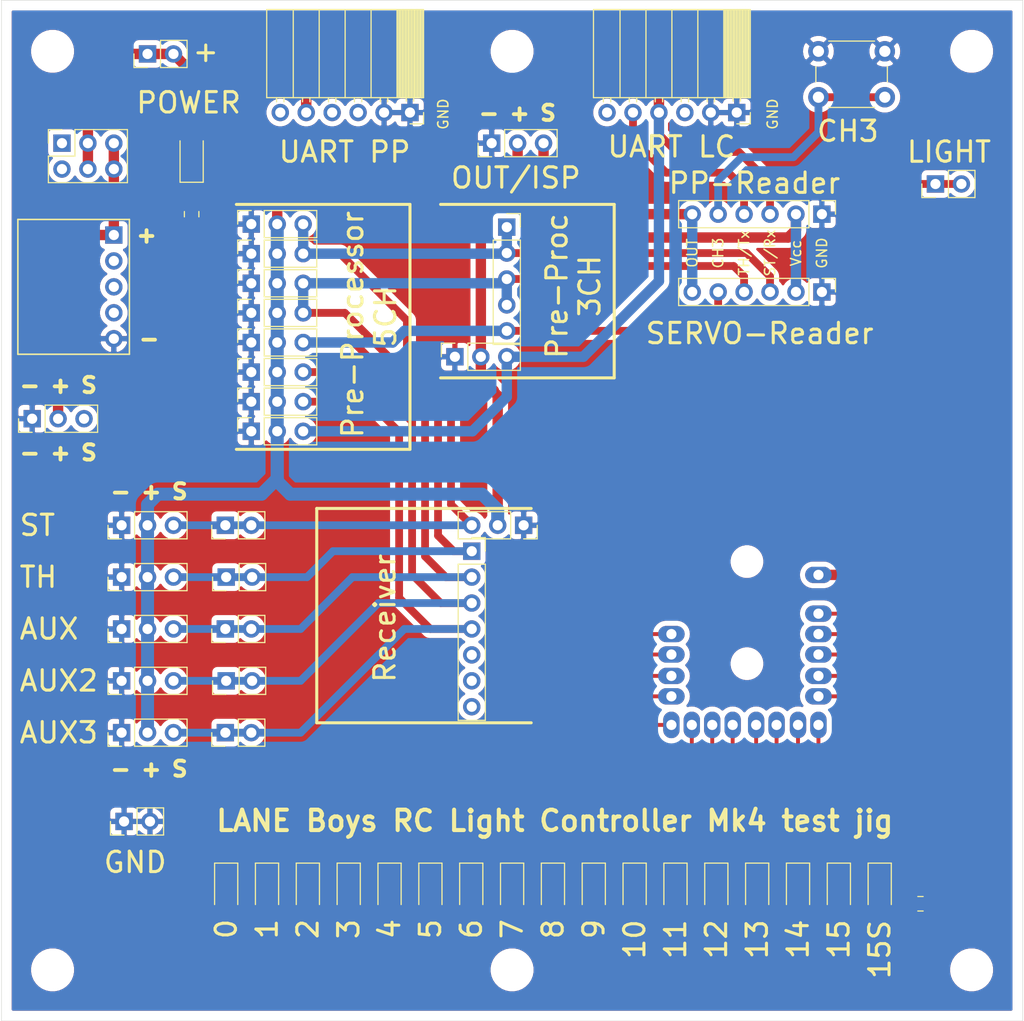
<source format=kicad_pcb>
(kicad_pcb (version 20171130) (host pcbnew 5.1.5-52549c5~84~ubuntu18.04.1)
  (layers (0 F.Cu signal) (31 B.Cu signal) (34 B.Paste user hide) (35 F.Paste user) (36 B.SilkS user hide) (37 F.SilkS user) (38 B.Mask user hide) (39 F.Mask user) (44 Edge.Cuts user))
  (net 0 "")
  (net 1 VCC)
  (net 2 "Net-(D1-Pad1)")
  (net 3 "Net-(D10-Pad2)")
  (net 4 "Net-(D2-Pad1)")
  (net 5 "Net-(D3-Pad1)")
  (net 6 "Net-(D4-Pad1)")
  (net 7 "Net-(D5-Pad1)")
  (net 8 "Net-(D6-Pad1)")
  (net 9 "Net-(D7-Pad1)")
  (net 10 "Net-(D8-Pad1)")
  (net 11 "Net-(D9-Pad1)")
  (net 12 "Net-(D10-Pad1)")
  (net 13 "Net-(D11-Pad1)")
  (net 14 "Net-(D12-Pad1)")
  (net 15 "Net-(D13-Pad1)")
  (net 16 "Net-(D14-Pad1)")
  (net 17 "Net-(D15-Pad1)")
  (net 18 "Net-(D16-Pad1)")
  (net 19 "Net-(D17-Pad1)")
  (net 20 "Net-(D18-Pad2)")
  (net 21 "Net-(D18-Pad1)")
  (net 22 "Net-(J1-Pad2)")
  (net 23 GND)
  (net 24 /AUX3)
  (net 25 /AUX2)
  (net 26 /AUX)
  (net 27 /TH)
  (net 28 /ST)
  (net 29 /Light)
  (net 30 /OUT_ISP)
  (net 31 /TX)
  (net 32 "Net-(J31-Pad5)")
  (module Connector_PinHeader_2.54mm:PinHeader_1x05_P2.54mm_Horizontal (layer B.Cu) (at 111 63 180)
    (fp_text reference J2 hide)
    (fp_text value USB_B_Micro)
    (pad 5 thru_hole oval (at 0 -10.16 180) (size 1.7 1.7) (drill 1) (layers *.Cu *.Mask) (net 23 GND))
    (pad 4 thru_hole oval (at 0 -7.62 180) (size 1.7 1.7) (drill 1) (layers *.Cu *.Mask))
    (pad 3 thru_hole oval (at 0 -5.08 180) (size 1.7 1.7) (drill 1) (layers *.Cu *.Mask))
    (pad 2 thru_hole oval (at 0 -2.54 180) (size 1.7 1.7) (drill 1) (layers *.Cu *.Mask))
    (pad 1 thru_hole rect (at 0 0 180) (size 1.7 1.7) (drill 1) (layers *.Cu *.Mask) (net 22 "Net-(J1-Pad2)"))
  )
  (module Connector_PinHeader_2.54mm:PinHeader_1x03_P2.54mm_Vertical (layer F.Cu) (at 148 54 90)
    (fp_text reference J28 hide)
    (fp_text value TP_OUT_ISP)
    (pad 3 thru_hole oval (at 0 5.08 90) (size 1.7 1.7) (drill 1) (layers *.Cu *.Mask) (net 30 /OUT_ISP))
    (pad 2 thru_hole oval (at 0 2.54 90) (size 1.7 1.7) (drill 1) (layers *.Cu *.Mask) (net 1 VCC))
    (pad 1 thru_hole rect (at 0 0 90) (size 1.7 1.7) (drill 1) (layers *.Cu *.Mask) (net 23 GND))
  )
  (module Pogo_pin:Pogo_pin_Drill1mm (layer F.Cu) (at 180 100.1)
    (fp_text reference J50 hide)
    (fp_text value OUT15S)
    (pad 1 thru_hole oval (at 0 0) (size 2.6 1.6) (drill 1) (layers *.Cu *.Mask) (net 21 "Net-(D18-Pad1)"))
  )
  (module Pogo_pin:Pogo_pin_Drill1mm (layer F.Cu) (at 180 102.1)
    (fp_text reference J49 hide)
    (fp_text value OUT15)
    (pad 1 thru_hole oval (at 0 0) (size 2.6 1.6) (drill 1) (layers *.Cu *.Mask) (net 19 "Net-(D17-Pad1)"))
  )
  (module Pogo_pin:Pogo_pin_Drill1mm (layer F.Cu) (at 180 104.1)
    (fp_text reference J48 hide)
    (fp_text value OUT14)
    (pad 1 thru_hole oval (at 0 0) (size 2.6 1.6) (drill 1) (layers *.Cu *.Mask) (net 18 "Net-(D16-Pad1)"))
  )
  (module Pogo_pin:Pogo_pin_Drill1mm (layer F.Cu) (at 180 106.2)
    (fp_text reference J47 hide)
    (fp_text value OUT13)
    (pad 1 thru_hole oval (at 0 0) (size 2.6 1.6) (drill 1) (layers *.Cu *.Mask) (net 17 "Net-(D15-Pad1)"))
  )
  (module Pogo_pin:Pogo_pin_Drill1mm (layer F.Cu) (at 180 108.2)
    (fp_text reference J46 hide)
    (fp_text value OUT12)
    (pad 1 thru_hole oval (at 0 0) (size 2.6 1.6) (drill 1) (layers *.Cu *.Mask) (net 16 "Net-(D14-Pad1)"))
  )
  (module Pogo_pin:Pogo_pin_Drill1mm (layer F.Cu) (at 180 111 90)
    (fp_text reference J45 hide)
    (fp_text value OUT11)
    (pad 1 thru_hole oval (at 0 0 90) (size 2.6 1.6) (drill 1) (layers *.Cu *.Mask) (net 15 "Net-(D13-Pad1)"))
  )
  (module Pogo_pin:Pogo_pin_Drill1mm (layer F.Cu) (at 178 111 90)
    (fp_text reference J44 hide)
    (fp_text value OUT10)
    (pad 1 thru_hole oval (at 0 0 90) (size 2.6 1.6) (drill 1) (layers *.Cu *.Mask) (net 14 "Net-(D12-Pad1)"))
  )
  (module Pogo_pin:Pogo_pin_Drill1mm (layer F.Cu) (at 175.9 111 90)
    (fp_text reference J43 hide)
    (fp_text value OUT9)
    (pad 1 thru_hole oval (at 0 0 90) (size 2.6 1.6) (drill 1) (layers *.Cu *.Mask) (net 13 "Net-(D11-Pad1)"))
  )
  (module Pogo_pin:Pogo_pin_Drill1mm (layer F.Cu) (at 173.9 111 90)
    (fp_text reference J42 hide)
    (fp_text value OUT8)
    (pad 1 thru_hole oval (at 0 0 90) (size 2.6 1.6) (drill 1) (layers *.Cu *.Mask) (net 12 "Net-(D10-Pad1)"))
  )
  (module Pogo_pin:Pogo_pin_Drill1mm (layer F.Cu) (at 171.6 111 90)
    (fp_text reference J41 hide)
    (fp_text value OUT7)
    (pad 1 thru_hole oval (at 0 0 90) (size 2.6 1.6) (drill 1) (layers *.Cu *.Mask) (net 11 "Net-(D9-Pad1)"))
  )
  (module Pogo_pin:Pogo_pin_Drill1mm (layer F.Cu) (at 169.6 111 90)
    (fp_text reference J40 hide)
    (fp_text value OUT6)
    (pad 1 thru_hole oval (at 0 0 90) (size 2.6 1.6) (drill 1) (layers *.Cu *.Mask) (net 10 "Net-(D8-Pad1)"))
  )
  (module Pogo_pin:Pogo_pin_Drill1mm (layer F.Cu) (at 167.6 111 90)
    (fp_text reference J39 hide)
    (fp_text value OUT5)
    (pad 1 thru_hole oval (at 0 0 90) (size 2.6 1.6) (drill 1) (layers *.Cu *.Mask) (net 9 "Net-(D7-Pad1)"))
  )
  (module Pogo_pin:Pogo_pin_Drill1mm (layer F.Cu) (at 165.6 111 90)
    (fp_text reference J38 hide)
    (fp_text value OUT4)
    (pad 1 thru_hole oval (at 0 0 90) (size 2.6 1.6) (drill 1) (layers *.Cu *.Mask) (net 8 "Net-(D6-Pad1)"))
  )
  (module Pogo_pin:Pogo_pin_Drill1mm (layer F.Cu) (at 165.6 108.2)
    (fp_text reference J37 hide)
    (fp_text value OUT3)
    (pad 1 thru_hole oval (at 0 0) (size 2.6 1.6) (drill 1) (layers *.Cu *.Mask) (net 7 "Net-(D5-Pad1)"))
  )
  (module Pogo_pin:Pogo_pin_Drill1mm (layer F.Cu) (at 165.6 106.2)
    (fp_text reference J36 hide)
    (fp_text value OUT2)
    (pad 1 thru_hole oval (at 0 0) (size 2.6 1.6) (drill 1) (layers *.Cu *.Mask) (net 6 "Net-(D4-Pad1)"))
  )
  (module Pogo_pin:Pogo_pin_Drill1mm (layer F.Cu) (at 165.6 104.1)
    (fp_text reference J35 hide)
    (fp_text value OUT1)
    (pad 1 thru_hole oval (at 0 0) (size 2.6 1.6) (drill 1) (layers *.Cu *.Mask) (net 5 "Net-(D3-Pad1)"))
  )
  (module Pogo_pin:Pogo_pin_Drill1mm (layer F.Cu) (at 165.6 102.1)
    (fp_text reference J34 hide)
    (fp_text value OUT0)
    (pad 1 thru_hole oval (at 0 0) (size 2.6 1.6) (drill 1) (layers *.Cu *.Mask) (net 4 "Net-(D2-Pad1)"))
  )
  (module Pogo_pin:Pogo_pin_Drill1mm (layer F.Cu) (at 180 96.3)
    (fp_text reference J33 hide)
    (fp_text value LED_PLUS)
    (pad 1 thru_hole oval (at 0 0) (size 2.6 1.6) (drill 1) (layers *.Cu *.Mask) (net 3 "Net-(D10-Pad2)"))
  )
  (module Connector_PinSocket_2.54mm:PinSocket_2x03_P2.54mm_Vertical (layer F.Cu) (at 105.92 54 90)
    (fp_text reference SW1 hide)
    (fp_text value On/Off)
    (pad 1 thru_hole oval (at -2.54 5.08 90) (size 1.7 1.7) (drill 1) (layers *.Cu *.Mask) (net 22 "Net-(J1-Pad2)"))
    (pad 1 thru_hole oval (at 0 5.08 90) (size 1.7 1.7) (drill 1) (layers *.Cu *.Mask) (net 22 "Net-(J1-Pad2)"))
    (pad 2 thru_hole oval (at -2.54 2.54 90) (size 1.7 1.7) (drill 1) (layers *.Cu *.Mask) (net 1 VCC))
    (pad 2 thru_hole oval (at 0 2.54 90) (size 1.7 1.7) (drill 1) (layers *.Cu *.Mask) (net 1 VCC))
    (pad 3 thru_hole oval (at -2.54 0 90) (size 1.7 1.7) (drill 1) (layers *.Cu *.Mask))
    (pad 3 thru_hole rect (at 0 0 90) (size 1.7 1.7) (drill 1) (layers *.Cu *.Mask))
  )
  (module Connector_PinSocket_2.54mm:PinSocket_1x07_P2.54mm_Vertical (layer F.Cu) (at 146.05 93.98)
    (fp_text reference J9 hide)
    (fp_text value RX8CH_S)
    (pad 7 thru_hole oval (at 0 15.24) (size 1.7 1.7) (drill 1) (layers *.Cu *.Mask))
    (pad 6 thru_hole oval (at 0 12.7) (size 1.7 1.7) (drill 1) (layers *.Cu *.Mask))
    (pad 5 thru_hole oval (at 0 10.16) (size 1.7 1.7) (drill 1) (layers *.Cu *.Mask))
    (pad 4 thru_hole oval (at 0 7.62) (size 1.7 1.7) (drill 1) (layers *.Cu *.Mask) (net 24 /AUX3))
    (pad 3 thru_hole oval (at 0 5.08) (size 1.7 1.7) (drill 1) (layers *.Cu *.Mask) (net 25 /AUX2))
    (pad 2 thru_hole oval (at 0 2.54) (size 1.7 1.7) (drill 1) (layers *.Cu *.Mask) (net 26 /AUX))
    (pad 1 thru_hole rect (at 0 0) (size 1.7 1.7) (drill 1) (layers *.Cu *.Mask) (net 27 /TH))
  )
  (module Connector_PinSocket_2.54mm:PinSocket_1x03_P2.54mm_Vertical (layer F.Cu) (at 151.13 91.44 270)
    (fp_text reference J8 hide)
    (fp_text value RX8CH_S_PLUS)
    (pad 3 thru_hole oval (at 0 5.08 270) (size 1.7 1.7) (drill 1) (layers *.Cu *.Mask) (net 28 /ST))
    (pad 2 thru_hole oval (at 0 2.54 270) (size 1.7 1.7) (drill 1) (layers *.Cu *.Mask) (net 1 VCC))
    (pad 1 thru_hole rect (at 0 0 270) (size 1.7 1.7) (drill 1) (layers *.Cu *.Mask) (net 23 GND))
  )
  (module Button_Switch_THT:SW_PUSH_6mm_H5mm (layer F.Cu) (at 180 45)
    (fp_text reference SW2 hide)
    (fp_text value SW_AUX)
    (pad 1 thru_hole circle (at 6.5 0 90) (size 2 2) (drill 1.1) (layers *.Cu *.Mask) (net 23 GND))
    (pad 2 thru_hole circle (at 6.5 4.5 90) (size 2 2) (drill 1.1) (layers *.Cu *.Mask) (net 32 "Net-(J31-Pad5)"))
    (pad 1 thru_hole circle (at 0 0 90) (size 2 2) (drill 1.1) (layers *.Cu *.Mask) (net 23 GND))
    (pad 2 thru_hole circle (at 0 4.5 90) (size 2 2) (drill 1.1) (layers *.Cu *.Mask) (net 32 "Net-(J31-Pad5)"))
  )
  (module Resistor_SMD:R_0805_2012Metric_Pad1.15x1.40mm_HandSolder (layer F.Cu) (at 189.992 128.524 180)
    (fp_text reference R2 hide)
    (fp_text value 220)
    (pad 2 smd roundrect (at 1.025 0 180) (size 1.15 1.4) (layers F.Cu F.Paste F.Mask) (roundrect_rratio 0.217391) (net 20 "Net-(D18-Pad2)"))
    (pad 1 smd roundrect (at -1.025 0 180) (size 1.15 1.4) (layers F.Cu F.Paste F.Mask) (roundrect_rratio 0.217391) (net 3 "Net-(D10-Pad2)"))
  )
  (module Resistor_SMD:R_0805_2012Metric_Pad1.15x1.40mm_HandSolder (layer F.Cu) (at 118.618 60.96 270)
    (fp_text reference R1 hide)
    (fp_text value 680)
    (pad 2 smd roundrect (at 1.025 0 270) (size 1.15 1.4) (layers F.Cu F.Paste F.Mask) (roundrect_rratio 0.217391) (net 23 GND))
    (pad 1 smd roundrect (at -1.025 0 270) (size 1.15 1.4) (layers F.Cu F.Paste F.Mask) (roundrect_rratio 0.217391) (net 2 "Net-(D1-Pad1)"))
  )
  (module Connector_PinHeader_2.54mm:PinHeader_1x06_P2.54mm_Vertical (layer F.Cu) (at 180.34 68.58 270)
    (fp_text reference J32 hide)
    (fp_text value LC_SERVO)
    (pad 6 thru_hole oval (at 0 12.7 270) (size 1.7 1.7) (drill 1) (layers *.Cu *.Mask) (net 30 /OUT_ISP))
    (pad 5 thru_hole oval (at 0 10.16 270) (size 1.7 1.7) (drill 1) (layers *.Cu *.Mask) (net 26 /AUX))
    (pad 4 thru_hole oval (at 0 7.62 270) (size 1.7 1.7) (drill 1) (layers *.Cu *.Mask) (net 27 /TH))
    (pad 3 thru_hole oval (at 0 5.08 270) (size 1.7 1.7) (drill 1) (layers *.Cu *.Mask) (net 28 /ST))
    (pad 2 thru_hole oval (at 0 2.54 270) (size 1.7 1.7) (drill 1) (layers *.Cu *.Mask) (net 1 VCC))
    (pad 1 thru_hole rect (at 0 0 270) (size 1.7 1.7) (drill 1) (layers *.Cu *.Mask) (net 23 GND))
  )
  (module Connector_PinHeader_2.54mm:PinHeader_1x06_P2.54mm_Vertical (layer F.Cu) (at 180.34 60.96 270)
    (fp_text reference J31 hide)
    (fp_text value LC_PP)
    (pad 6 thru_hole oval (at 0 12.7 270) (size 1.7 1.7) (drill 1) (layers *.Cu *.Mask) (net 30 /OUT_ISP))
    (pad 5 thru_hole oval (at 0 10.16 270) (size 1.7 1.7) (drill 1) (layers *.Cu *.Mask) (net 32 "Net-(J31-Pad5)"))
    (pad 4 thru_hole oval (at 0 7.62 270) (size 1.7 1.7) (drill 1) (layers *.Cu *.Mask) (net 31 /TX))
    (pad 3 thru_hole oval (at 0 5.08 270) (size 1.7 1.7) (drill 1) (layers *.Cu *.Mask) (net 29 /Light))
    (pad 2 thru_hole oval (at 0 2.54 270) (size 1.7 1.7) (drill 1) (layers *.Cu *.Mask) (net 1 VCC))
    (pad 1 thru_hole rect (at 0 0 270) (size 1.7 1.7) (drill 1) (layers *.Cu *.Mask) (net 23 GND))
  )
  (module Connector_PinSocket_2.54mm:PinSocket_1x06_P2.54mm_Horizontal (layer F.Cu) (at 172 51 270)
    (fp_text reference J30 hide)
    (fp_text value UART_LC)
    (pad 6 thru_hole oval (at 0 12.7 270) (size 1.7 1.7) (drill 1) (layers *.Cu *.Mask))
    (pad 5 thru_hole oval (at 0 10.16 270) (size 1.7 1.7) (drill 1) (layers *.Cu *.Mask) (net 31 /TX))
    (pad 4 thru_hole oval (at 0 7.62 270) (size 1.7 1.7) (drill 1) (layers *.Cu *.Mask) (net 29 /Light))
    (pad 3 thru_hole oval (at 0 5.08 270) (size 1.7 1.7) (drill 1) (layers *.Cu *.Mask))
    (pad 2 thru_hole oval (at 0 2.54 270) (size 1.7 1.7) (drill 1) (layers *.Cu *.Mask) (net 23 GND))
    (pad 1 thru_hole rect (at 0 0 270) (size 1.7 1.7) (drill 1) (layers *.Cu *.Mask) (net 23 GND))
  )
  (module Connector_PinSocket_2.54mm:PinSocket_1x06_P2.54mm_Horizontal (layer F.Cu) (at 140 51 270)
    (fp_text reference J29 hide)
    (fp_text value UART_PP)
    (pad 6 thru_hole oval (at 0 12.7 270) (size 1.7 1.7) (drill 1) (layers *.Cu *.Mask))
    (pad 5 thru_hole oval (at 0 10.16 270) (size 1.7 1.7) (drill 1) (layers *.Cu *.Mask) (net 29 /Light))
    (pad 4 thru_hole oval (at 0 7.62 270) (size 1.7 1.7) (drill 1) (layers *.Cu *.Mask))
    (pad 3 thru_hole oval (at 0 5.08 270) (size 1.7 1.7) (drill 1) (layers *.Cu *.Mask))
    (pad 2 thru_hole oval (at 0 2.54 270) (size 1.7 1.7) (drill 1) (layers *.Cu *.Mask) (net 23 GND))
    (pad 1 thru_hole rect (at 0 0 270) (size 1.7 1.7) (drill 1) (layers *.Cu *.Mask) (net 23 GND))
  )
  (module Connector_PinHeader_2.54mm:PinHeader_1x02_P2.54mm_Vertical (layer F.Cu) (at 191.46 58 90)
    (fp_text reference J27 hide)
    (fp_text value TP_Light)
    (pad 2 thru_hole oval (at 0 2.54 90) (size 1.7 1.7) (drill 1) (layers *.Cu *.Mask) (net 29 /Light))
    (pad 1 thru_hole rect (at 0 0 90) (size 1.7 1.7) (drill 1) (layers *.Cu *.Mask) (net 29 /Light))
  )
  (module Connector_PinHeader_2.54mm:PinHeader_1x02_P2.54mm_Vertical (layer F.Cu) (at 121.92 111.76 90)
    (fp_text reference J26 hide)
    (fp_text value TP_AUX3)
    (pad 2 thru_hole oval (at 0 2.54 90) (size 1.7 1.7) (drill 1) (layers *.Cu *.Mask) (net 24 /AUX3))
    (pad 1 thru_hole rect (at 0 0 90) (size 1.7 1.7) (drill 1) (layers *.Cu *.Mask) (net 24 /AUX3))
  )
  (module Connector_PinHeader_2.54mm:PinHeader_1x02_P2.54mm_Vertical (layer F.Cu) (at 122 106.68 90)
    (fp_text reference J25 hide)
    (fp_text value TP_AUX2)
    (pad 2 thru_hole oval (at 0 2.54 90) (size 1.7 1.7) (drill 1) (layers *.Cu *.Mask) (net 25 /AUX2))
    (pad 1 thru_hole rect (at 0 0 90) (size 1.7 1.7) (drill 1) (layers *.Cu *.Mask) (net 25 /AUX2))
  )
  (module Connector_PinHeader_2.54mm:PinHeader_1x02_P2.54mm_Vertical (layer F.Cu) (at 121.92 101.6 90)
    (fp_text reference J24 hide)
    (fp_text value TP_AUX)
    (pad 2 thru_hole oval (at 0 2.54 90) (size 1.7 1.7) (drill 1) (layers *.Cu *.Mask) (net 26 /AUX))
    (pad 1 thru_hole rect (at 0 0 90) (size 1.7 1.7) (drill 1) (layers *.Cu *.Mask) (net 26 /AUX))
  )
  (module Connector_PinHeader_2.54mm:PinHeader_1x02_P2.54mm_Vertical (layer F.Cu) (at 122 96.52 90)
    (fp_text reference J23 hide)
    (fp_text value TP_TH)
    (pad 2 thru_hole oval (at 0 2.54 90) (size 1.7 1.7) (drill 1) (layers *.Cu *.Mask) (net 27 /TH))
    (pad 1 thru_hole rect (at 0 0 90) (size 1.7 1.7) (drill 1) (layers *.Cu *.Mask) (net 27 /TH))
  )
  (module Connector_PinHeader_2.54mm:PinHeader_1x02_P2.54mm_Vertical (layer F.Cu) (at 121.92 91.44 90)
    (fp_text reference J22 hide)
    (fp_text value TP_ST)
    (pad 2 thru_hole oval (at 0 2.54 90) (size 1.7 1.7) (drill 1) (layers *.Cu *.Mask) (net 28 /ST))
    (pad 1 thru_hole rect (at 0 0 90) (size 1.7 1.7) (drill 1) (layers *.Cu *.Mask) (net 28 /ST))
  )
  (module Connector_PinHeader_2.54mm:PinHeader_1x02_P2.54mm_Vertical (layer F.Cu) (at 112 120.46 90)
    (fp_text reference J21 hide)
    (fp_text value TP_GND)
    (pad 2 thru_hole oval (at 0 2.54 90) (size 1.7 1.7) (drill 1) (layers *.Cu *.Mask) (net 23 GND))
    (pad 1 thru_hole rect (at 0 0 90) (size 1.7 1.7) (drill 1) (layers *.Cu *.Mask) (net 23 GND))
  )
  (module Connector_PinHeader_2.54mm:PinHeader_1x02_P2.54mm_Vertical (layer F.Cu) (at 114.3 45.26 90)
    (fp_text reference J20 hide)
    (fp_text value TP_PLUS)
    (pad 2 thru_hole oval (at 0 2.54 90) (size 1.7 1.7) (drill 1) (layers *.Cu *.Mask) (net 1 VCC))
    (pad 1 thru_hole rect (at 0 0 90) (size 1.7 1.7) (drill 1) (layers *.Cu *.Mask) (net 1 VCC))
  )
  (module Connector_PinSocket_2.54mm:PinSocket_1x03_P2.54mm_Vertical (layer F.Cu) (at 124.46 82.23 90)
    (fp_text reference J19 hide)
    (fp_text value PP8CH_Light)
    (pad 3 thru_hole oval (at 0 5.08 90) (size 1.7 1.7) (drill 1) (layers *.Cu *.Mask) (net 29 /Light))
    (pad 2 thru_hole oval (at 0 2.54 90) (size 1.7 1.7) (drill 1) (layers *.Cu *.Mask) (net 1 VCC))
    (pad 1 thru_hole rect (at 0 0 90) (size 1.7 1.7) (drill 1) (layers *.Cu *.Mask) (net 23 GND))
  )
  (module Connector_PinSocket_2.54mm:PinSocket_1x03_P2.54mm_Vertical (layer F.Cu) (at 124.46 79.33 90)
    (fp_text reference J18 hide)
    (fp_text value PP8CH_AUX3)
    (pad 3 thru_hole oval (at 0 5.08 90) (size 1.7 1.7) (drill 1) (layers *.Cu *.Mask) (net 24 /AUX3))
    (pad 2 thru_hole oval (at 0 2.54 90) (size 1.7 1.7) (drill 1) (layers *.Cu *.Mask) (net 1 VCC))
    (pad 1 thru_hole rect (at 0 0 90) (size 1.7 1.7) (drill 1) (layers *.Cu *.Mask) (net 23 GND))
  )
  (module Connector_PinSocket_2.54mm:PinSocket_1x03_P2.54mm_Vertical (layer F.Cu) (at 124.46 76.43 90)
    (fp_text reference J17 hide)
    (fp_text value PP8CH_AUX2)
    (pad 3 thru_hole oval (at 0 5.08 90) (size 1.7 1.7) (drill 1) (layers *.Cu *.Mask) (net 25 /AUX2))
    (pad 2 thru_hole oval (at 0 2.54 90) (size 1.7 1.7) (drill 1) (layers *.Cu *.Mask) (net 1 VCC))
    (pad 1 thru_hole rect (at 0 0 90) (size 1.7 1.7) (drill 1) (layers *.Cu *.Mask) (net 23 GND))
  )
  (module Connector_PinSocket_2.54mm:PinSocket_1x03_P2.54mm_Vertical (layer F.Cu) (at 124.46 73.53 90)
    (fp_text reference J16 hide)
    (fp_text value PP8CH_AUX)
    (pad 3 thru_hole oval (at 0 5.08 90) (size 1.7 1.7) (drill 1) (layers *.Cu *.Mask) (net 26 /AUX))
    (pad 2 thru_hole oval (at 0 2.54 90) (size 1.7 1.7) (drill 1) (layers *.Cu *.Mask) (net 1 VCC))
    (pad 1 thru_hole rect (at 0 0 90) (size 1.7 1.7) (drill 1) (layers *.Cu *.Mask) (net 23 GND))
  )
  (module Connector_PinSocket_2.54mm:PinSocket_1x03_P2.54mm_Vertical (layer F.Cu) (at 124.46 67.73 90)
    (fp_text reference J15 hide)
    (fp_text value PP8CH_TH2)
    (pad 3 thru_hole oval (at 0 5.08 90) (size 1.7 1.7) (drill 1) (layers *.Cu *.Mask) (net 27 /TH))
    (pad 2 thru_hole oval (at 0 2.54 90) (size 1.7 1.7) (drill 1) (layers *.Cu *.Mask) (net 1 VCC))
    (pad 1 thru_hole rect (at 0 0 90) (size 1.7 1.7) (drill 1) (layers *.Cu *.Mask) (net 23 GND))
  )
  (module Connector_PinSocket_2.54mm:PinSocket_1x03_P2.54mm_Vertical (layer F.Cu) (at 124.46 70.63 90)
    (fp_text reference J14 hide)
    (fp_text value PP8CH_TH1)
    (pad 3 thru_hole oval (at 0 5.08 90) (size 1.7 1.7) (drill 1) (layers *.Cu *.Mask) (net 27 /TH))
    (pad 2 thru_hole oval (at 0 2.54 90) (size 1.7 1.7) (drill 1) (layers *.Cu *.Mask) (net 1 VCC))
    (pad 1 thru_hole rect (at 0 0 90) (size 1.7 1.7) (drill 1) (layers *.Cu *.Mask) (net 23 GND))
  )
  (module Connector_PinSocket_2.54mm:PinSocket_1x03_P2.54mm_Vertical (layer F.Cu) (at 124.46 64.83 90)
    (fp_text reference J13 hide)
    (fp_text value PP8CH_ST2)
    (pad 3 thru_hole oval (at 0 5.08 90) (size 1.7 1.7) (drill 1) (layers *.Cu *.Mask) (net 28 /ST))
    (pad 2 thru_hole oval (at 0 2.54 90) (size 1.7 1.7) (drill 1) (layers *.Cu *.Mask) (net 1 VCC))
    (pad 1 thru_hole rect (at 0 0 90) (size 1.7 1.7) (drill 1) (layers *.Cu *.Mask) (net 23 GND))
  )
  (module Connector_PinSocket_2.54mm:PinSocket_1x03_P2.54mm_Vertical (layer F.Cu) (at 124.46 61.93 90)
    (fp_text reference J12 hide)
    (fp_text value PP8CH_ST1)
    (pad 3 thru_hole oval (at 0 5.08 90) (size 1.7 1.7) (drill 1) (layers *.Cu *.Mask) (net 28 /ST))
    (pad 2 thru_hole oval (at 0 2.54 90) (size 1.7 1.7) (drill 1) (layers *.Cu *.Mask) (net 1 VCC))
    (pad 1 thru_hole rect (at 0 0 90) (size 1.7 1.7) (drill 1) (layers *.Cu *.Mask) (net 23 GND))
  )
  (module Connector_PinSocket_2.54mm:PinSocket_1x05_P2.54mm_Vertical (layer F.Cu) (at 149.48 62.23)
    (fp_text reference J11 hide)
    (fp_text value PP3CH_S)
    (pad 5 thru_hole oval (at 0 10.16) (size 1.7 1.7) (drill 1) (layers *.Cu *.Mask) (net 26 /AUX))
    (pad 4 thru_hole oval (at 0 7.62) (size 1.7 1.7) (drill 1) (layers *.Cu *.Mask) (net 27 /TH))
    (pad 3 thru_hole oval (at 0 5.08) (size 1.7 1.7) (drill 1) (layers *.Cu *.Mask) (net 27 /TH))
    (pad 2 thru_hole oval (at 0 2.54) (size 1.7 1.7) (drill 1) (layers *.Cu *.Mask) (net 28 /ST))
    (pad 1 thru_hole rect (at 0 0) (size 1.7 1.7) (drill 1) (layers *.Cu *.Mask) (net 28 /ST))
  )
  (module Connector_PinSocket_2.54mm:PinSocket_1x03_P2.54mm_Vertical (layer F.Cu) (at 144.4 74.93 90)
    (fp_text reference J10 hide)
    (fp_text value PP3CH_GND_PLUS_S)
    (pad 3 thru_hole oval (at 0 5.08 90) (size 1.7 1.7) (drill 1) (layers *.Cu *.Mask) (net 29 /Light))
    (pad 2 thru_hole oval (at 0 2.54 90) (size 1.7 1.7) (drill 1) (layers *.Cu *.Mask) (net 1 VCC))
    (pad 1 thru_hole rect (at 0 0 90) (size 1.7 1.7) (drill 1) (layers *.Cu *.Mask) (net 23 GND))
  )
  (module Connector_PinHeader_2.54mm:PinHeader_1x03_P2.54mm_Vertical (layer F.Cu) (at 111.76 91.44 90)
    (fp_text reference J7 hide)
    (fp_text value RXe_ST)
    (pad 3 thru_hole oval (at 0 5.08 90) (size 1.7 1.7) (drill 1) (layers *.Cu *.Mask) (net 28 /ST))
    (pad 2 thru_hole oval (at 0 2.54 90) (size 1.7 1.7) (drill 1) (layers *.Cu *.Mask) (net 1 VCC))
    (pad 1 thru_hole rect (at 0 0 90) (size 1.7 1.7) (drill 1) (layers *.Cu *.Mask) (net 23 GND))
  )
  (module Connector_PinHeader_2.54mm:PinHeader_1x03_P2.54mm_Vertical (layer F.Cu) (at 111.76 96.52 90)
    (fp_text reference J6 hide)
    (fp_text value RXe_TH)
    (pad 3 thru_hole oval (at 0 5.08 90) (size 1.7 1.7) (drill 1) (layers *.Cu *.Mask) (net 27 /TH))
    (pad 2 thru_hole oval (at 0 2.54 90) (size 1.7 1.7) (drill 1) (layers *.Cu *.Mask) (net 1 VCC))
    (pad 1 thru_hole rect (at 0 0 90) (size 1.7 1.7) (drill 1) (layers *.Cu *.Mask) (net 23 GND))
  )
  (module Connector_PinHeader_2.54mm:PinHeader_1x03_P2.54mm_Vertical (layer F.Cu) (at 111.76 101.6 90)
    (fp_text reference J5 hide)
    (fp_text value RXe_AUX)
    (pad 3 thru_hole oval (at 0 5.08 90) (size 1.7 1.7) (drill 1) (layers *.Cu *.Mask) (net 26 /AUX))
    (pad 2 thru_hole oval (at 0 2.54 90) (size 1.7 1.7) (drill 1) (layers *.Cu *.Mask) (net 1 VCC))
    (pad 1 thru_hole rect (at 0 0 90) (size 1.7 1.7) (drill 1) (layers *.Cu *.Mask) (net 23 GND))
  )
  (module Connector_PinHeader_2.54mm:PinHeader_1x03_P2.54mm_Vertical (layer F.Cu) (at 111.76 106.68 90)
    (fp_text reference J4 hide)
    (fp_text value RXe_AUX2)
    (pad 3 thru_hole oval (at 0 5.08 90) (size 1.7 1.7) (drill 1) (layers *.Cu *.Mask) (net 25 /AUX2))
    (pad 2 thru_hole oval (at 0 2.54 90) (size 1.7 1.7) (drill 1) (layers *.Cu *.Mask) (net 1 VCC))
    (pad 1 thru_hole rect (at 0 0 90) (size 1.7 1.7) (drill 1) (layers *.Cu *.Mask) (net 23 GND))
  )
  (module Connector_PinHeader_2.54mm:PinHeader_1x03_P2.54mm_Vertical (layer F.Cu) (at 111.76 111.76 90)
    (fp_text reference J3 hide)
    (fp_text value RXe_AUX3)
    (pad 3 thru_hole oval (at 0 5.08 90) (size 1.7 1.7) (drill 1) (layers *.Cu *.Mask) (net 24 /AUX3))
    (pad 2 thru_hole oval (at 0 2.54 90) (size 1.7 1.7) (drill 1) (layers *.Cu *.Mask) (net 1 VCC))
    (pad 1 thru_hole rect (at 0 0 90) (size 1.7 1.7) (drill 1) (layers *.Cu *.Mask) (net 23 GND))
  )
  (module Connector_PinHeader_2.54mm:PinHeader_1x03_P2.54mm_Vertical (layer F.Cu) (at 103 81 90)
    (fp_text reference J1 hide)
    (fp_text value POWER)
    (pad 3 thru_hole oval (at 0 5.08 90) (size 1.7 1.7) (drill 1) (layers *.Cu *.Mask))
    (pad 2 thru_hole oval (at 0 2.54 90) (size 1.7 1.7) (drill 1) (layers *.Cu *.Mask) (net 22 "Net-(J1-Pad2)"))
    (pad 1 thru_hole rect (at 0 0 90) (size 1.7 1.7) (drill 1) (layers *.Cu *.Mask) (net 23 GND))
  )
  (module MountingHole:MountingHole_2.2mm_M2_ISO7380 (layer F.Cu) (at 173 95)
    (fp_text reference H8 hide)
    (fp_text value MountingHole)
    (pad 1 np_thru_hole circle (at 0 0) (size 2.2 2.2) (drill 2.2) (layers *.Cu *.Mask))
  )
  (module MountingHole:MountingHole_2.2mm_M2_ISO7380 (layer F.Cu) (at 173 105)
    (fp_text reference H7 hide)
    (fp_text value MountingHole)
    (pad 1 np_thru_hole circle (at 0 0) (size 2.2 2.2) (drill 2.2) (layers *.Cu *.Mask))
  )
  (module MountingHole:MountingHole_3.2mm_M3_ISO7380 (layer F.Cu) (at 195 135)
    (fp_text reference H6 hide)
    (fp_text value MountingHole)
    (pad 1 np_thru_hole circle (at 0 0) (size 3.2 3.2) (drill 3.2) (layers *.Cu *.Mask))
  )
  (module MountingHole:MountingHole_3.2mm_M3_ISO7380 (layer F.Cu) (at 150 135)
    (fp_text reference H5 hide)
    (fp_text value MountingHole)
    (pad 1 np_thru_hole circle (at 0 0) (size 3.2 3.2) (drill 3.2) (layers *.Cu *.Mask))
  )
  (module MountingHole:MountingHole_3.2mm_M3_ISO7380 (layer F.Cu) (at 105 135)
    (fp_text reference H4 hide)
    (fp_text value MountingHole)
    (pad 1 np_thru_hole circle (at 0 0) (size 3.2 3.2) (drill 3.2) (layers *.Cu *.Mask))
  )
  (module MountingHole:MountingHole_3.2mm_M3_ISO7380 (layer F.Cu) (at 195 45)
    (fp_text reference H3 hide)
    (fp_text value MountingHole)
    (pad 1 np_thru_hole circle (at 0 0) (size 3.2 3.2) (drill 3.2) (layers *.Cu *.Mask))
  )
  (module MountingHole:MountingHole_3.2mm_M3_ISO7380 (layer F.Cu) (at 150 45)
    (fp_text reference H2 hide)
    (fp_text value MountingHole)
    (pad 1 np_thru_hole circle (at 0 0) (size 3.2 3.2) (drill 3.2) (layers *.Cu *.Mask))
  )
  (module MountingHole:MountingHole_3.2mm_M3_ISO7380 (layer F.Cu) (at 105 45)
    (fp_text reference H1 hide)
    (fp_text value MountingHole)
    (pad 1 np_thru_hole circle (at 0 0) (size 3.2 3.2) (drill 3.2) (layers *.Cu *.Mask))
  )
  (module LED_SMD:LED_1206_3216Metric_Pad1.42x1.75mm_HandSolder (layer F.Cu) (at 186 127 270)
    (fp_text reference D18 hide)
    (fp_text value 15S)
    (pad 2 smd roundrect (at 1.4875 0 270) (size 1.425 1.75) (layers F.Cu F.Paste F.Mask) (roundrect_rratio 0.175439) (net 20 "Net-(D18-Pad2)"))
    (pad 1 smd roundrect (at -1.4875 0 270) (size 1.425 1.75) (layers F.Cu F.Paste F.Mask) (roundrect_rratio 0.175439) (net 21 "Net-(D18-Pad1)"))
  )
  (module LED_SMD:LED_1206_3216Metric_Pad1.42x1.75mm_HandSolder (layer F.Cu) (at 182 127 270)
    (fp_text reference D17 hide)
    (fp_text value 15)
    (pad 2 smd roundrect (at 1.4875 0 270) (size 1.425 1.75) (layers F.Cu F.Paste F.Mask) (roundrect_rratio 0.175439) (net 3 "Net-(D10-Pad2)"))
    (pad 1 smd roundrect (at -1.4875 0 270) (size 1.425 1.75) (layers F.Cu F.Paste F.Mask) (roundrect_rratio 0.175439) (net 19 "Net-(D17-Pad1)"))
  )
  (module LED_SMD:LED_1206_3216Metric_Pad1.42x1.75mm_HandSolder (layer F.Cu) (at 178 127 270)
    (fp_text reference D16 hide)
    (fp_text value 14)
    (pad 2 smd roundrect (at 1.4875 0 270) (size 1.425 1.75) (layers F.Cu F.Paste F.Mask) (roundrect_rratio 0.175439) (net 3 "Net-(D10-Pad2)"))
    (pad 1 smd roundrect (at -1.4875 0 270) (size 1.425 1.75) (layers F.Cu F.Paste F.Mask) (roundrect_rratio 0.175439) (net 18 "Net-(D16-Pad1)"))
  )
  (module LED_SMD:LED_1206_3216Metric_Pad1.42x1.75mm_HandSolder (layer F.Cu) (at 174 127 270)
    (fp_text reference D15 hide)
    (fp_text value 13)
    (pad 2 smd roundrect (at 1.4875 0 270) (size 1.425 1.75) (layers F.Cu F.Paste F.Mask) (roundrect_rratio 0.175439) (net 3 "Net-(D10-Pad2)"))
    (pad 1 smd roundrect (at -1.4875 0 270) (size 1.425 1.75) (layers F.Cu F.Paste F.Mask) (roundrect_rratio 0.175439) (net 17 "Net-(D15-Pad1)"))
  )
  (module LED_SMD:LED_1206_3216Metric_Pad1.42x1.75mm_HandSolder (layer F.Cu) (at 170 127 270)
    (fp_text reference D14 hide)
    (fp_text value 12)
    (pad 2 smd roundrect (at 1.4875 0 270) (size 1.425 1.75) (layers F.Cu F.Paste F.Mask) (roundrect_rratio 0.175439) (net 3 "Net-(D10-Pad2)"))
    (pad 1 smd roundrect (at -1.4875 0 270) (size 1.425 1.75) (layers F.Cu F.Paste F.Mask) (roundrect_rratio 0.175439) (net 16 "Net-(D14-Pad1)"))
  )
  (module LED_SMD:LED_1206_3216Metric_Pad1.42x1.75mm_HandSolder (layer F.Cu) (at 166 127 270)
    (fp_text reference D13 hide)
    (fp_text value 11)
    (pad 2 smd roundrect (at 1.4875 0 270) (size 1.425 1.75) (layers F.Cu F.Paste F.Mask) (roundrect_rratio 0.175439) (net 3 "Net-(D10-Pad2)"))
    (pad 1 smd roundrect (at -1.4875 0 270) (size 1.425 1.75) (layers F.Cu F.Paste F.Mask) (roundrect_rratio 0.175439) (net 15 "Net-(D13-Pad1)"))
  )
  (module LED_SMD:LED_1206_3216Metric_Pad1.42x1.75mm_HandSolder (layer F.Cu) (at 162 127 270)
    (fp_text reference D12 hide)
    (fp_text value 10)
    (pad 2 smd roundrect (at 1.4875 0 270) (size 1.425 1.75) (layers F.Cu F.Paste F.Mask) (roundrect_rratio 0.175439) (net 3 "Net-(D10-Pad2)"))
    (pad 1 smd roundrect (at -1.4875 0 270) (size 1.425 1.75) (layers F.Cu F.Paste F.Mask) (roundrect_rratio 0.175439) (net 14 "Net-(D12-Pad1)"))
  )
  (module LED_SMD:LED_1206_3216Metric_Pad1.42x1.75mm_HandSolder (layer F.Cu) (at 158 127 270)
    (fp_text reference D11 hide)
    (fp_text value 9)
    (pad 2 smd roundrect (at 1.4875 0 270) (size 1.425 1.75) (layers F.Cu F.Paste F.Mask) (roundrect_rratio 0.175439) (net 3 "Net-(D10-Pad2)"))
    (pad 1 smd roundrect (at -1.4875 0 270) (size 1.425 1.75) (layers F.Cu F.Paste F.Mask) (roundrect_rratio 0.175439) (net 13 "Net-(D11-Pad1)"))
  )
  (module LED_SMD:LED_1206_3216Metric_Pad1.42x1.75mm_HandSolder (layer F.Cu) (at 154 127 270)
    (fp_text reference D10 hide)
    (fp_text value 8)
    (pad 2 smd roundrect (at 1.4875 0 270) (size 1.425 1.75) (layers F.Cu F.Paste F.Mask) (roundrect_rratio 0.175439) (net 3 "Net-(D10-Pad2)"))
    (pad 1 smd roundrect (at -1.4875 0 270) (size 1.425 1.75) (layers F.Cu F.Paste F.Mask) (roundrect_rratio 0.175439) (net 12 "Net-(D10-Pad1)"))
  )
  (module LED_SMD:LED_1206_3216Metric_Pad1.42x1.75mm_HandSolder (layer F.Cu) (at 150 127 270)
    (fp_text reference D9 hide)
    (fp_text value 7)
    (pad 2 smd roundrect (at 1.4875 0 270) (size 1.425 1.75) (layers F.Cu F.Paste F.Mask) (roundrect_rratio 0.175439) (net 3 "Net-(D10-Pad2)"))
    (pad 1 smd roundrect (at -1.4875 0 270) (size 1.425 1.75) (layers F.Cu F.Paste F.Mask) (roundrect_rratio 0.175439) (net 11 "Net-(D9-Pad1)"))
  )
  (module LED_SMD:LED_1206_3216Metric_Pad1.42x1.75mm_HandSolder (layer F.Cu) (at 146 127 270)
    (fp_text reference D8 hide)
    (fp_text value 6)
    (pad 2 smd roundrect (at 1.4875 0 270) (size 1.425 1.75) (layers F.Cu F.Paste F.Mask) (roundrect_rratio 0.175439) (net 3 "Net-(D10-Pad2)"))
    (pad 1 smd roundrect (at -1.4875 0 270) (size 1.425 1.75) (layers F.Cu F.Paste F.Mask) (roundrect_rratio 0.175439) (net 10 "Net-(D8-Pad1)"))
  )
  (module LED_SMD:LED_1206_3216Metric_Pad1.42x1.75mm_HandSolder (layer F.Cu) (at 142 127 270)
    (fp_text reference D7 hide)
    (fp_text value 5)
    (pad 2 smd roundrect (at 1.4875 0 270) (size 1.425 1.75) (layers F.Cu F.Paste F.Mask) (roundrect_rratio 0.175439) (net 3 "Net-(D10-Pad2)"))
    (pad 1 smd roundrect (at -1.4875 0 270) (size 1.425 1.75) (layers F.Cu F.Paste F.Mask) (roundrect_rratio 0.175439) (net 9 "Net-(D7-Pad1)"))
  )
  (module LED_SMD:LED_1206_3216Metric_Pad1.42x1.75mm_HandSolder (layer F.Cu) (at 138 127 270)
    (fp_text reference D6 hide)
    (fp_text value 4)
    (pad 2 smd roundrect (at 1.4875 0 270) (size 1.425 1.75) (layers F.Cu F.Paste F.Mask) (roundrect_rratio 0.175439) (net 3 "Net-(D10-Pad2)"))
    (pad 1 smd roundrect (at -1.4875 0 270) (size 1.425 1.75) (layers F.Cu F.Paste F.Mask) (roundrect_rratio 0.175439) (net 8 "Net-(D6-Pad1)"))
  )
  (module LED_SMD:LED_1206_3216Metric_Pad1.42x1.75mm_HandSolder (layer F.Cu) (at 134 127 270)
    (fp_text reference D5 hide)
    (fp_text value 3)
    (pad 2 smd roundrect (at 1.4875 0 270) (size 1.425 1.75) (layers F.Cu F.Paste F.Mask) (roundrect_rratio 0.175439) (net 3 "Net-(D10-Pad2)"))
    (pad 1 smd roundrect (at -1.4875 0 270) (size 1.425 1.75) (layers F.Cu F.Paste F.Mask) (roundrect_rratio 0.175439) (net 7 "Net-(D5-Pad1)"))
  )
  (module LED_SMD:LED_1206_3216Metric_Pad1.42x1.75mm_HandSolder (layer F.Cu) (at 130 127 270)
    (fp_text reference D4 hide)
    (fp_text value 2)
    (pad 2 smd roundrect (at 1.4875 0 270) (size 1.425 1.75) (layers F.Cu F.Paste F.Mask) (roundrect_rratio 0.175439) (net 3 "Net-(D10-Pad2)"))
    (pad 1 smd roundrect (at -1.4875 0 270) (size 1.425 1.75) (layers F.Cu F.Paste F.Mask) (roundrect_rratio 0.175439) (net 6 "Net-(D4-Pad1)"))
  )
  (module LED_SMD:LED_1206_3216Metric_Pad1.42x1.75mm_HandSolder (layer F.Cu) (at 126 127 270)
    (fp_text reference D3 hide)
    (fp_text value 1)
    (pad 2 smd roundrect (at 1.4875 0 270) (size 1.425 1.75) (layers F.Cu F.Paste F.Mask) (roundrect_rratio 0.175439) (net 3 "Net-(D10-Pad2)"))
    (pad 1 smd roundrect (at -1.4875 0 270) (size 1.425 1.75) (layers F.Cu F.Paste F.Mask) (roundrect_rratio 0.175439) (net 5 "Net-(D3-Pad1)"))
  )
  (module LED_SMD:LED_1206_3216Metric_Pad1.42x1.75mm_HandSolder (layer F.Cu) (at 122 127 270)
    (fp_text reference D2 hide)
    (fp_text value 0)
    (pad 2 smd roundrect (at 1.4875 0 270) (size 1.425 1.75) (layers F.Cu F.Paste F.Mask) (roundrect_rratio 0.175439) (net 3 "Net-(D10-Pad2)"))
    (pad 1 smd roundrect (at -1.4875 0 270) (size 1.425 1.75) (layers F.Cu F.Paste F.Mask) (roundrect_rratio 0.175439) (net 4 "Net-(D2-Pad1)"))
  )
  (module LED_SMD:LED_1206_3216Metric_Pad1.42x1.75mm_HandSolder (layer F.Cu) (at 118.618 55.372 90)
    (fp_text reference D1 hide)
    (fp_text value LED_POWER)
    (pad 2 smd roundrect (at 1.4875 0 90) (size 1.425 1.75) (layers F.Cu F.Paste F.Mask) (roundrect_rratio 0.175439) (net 1 VCC))
    (pad 1 smd roundrect (at -1.4875 0 90) (size 1.425 1.75) (layers F.Cu F.Paste F.Mask) (roundrect_rratio 0.175439) (net 2 "Net-(D1-Pad1)"))
  )
  (gr_text "- + S" (at 110.49 115.316) (layer F.SilkS) (effects (font (size 1.5 1.5) (thickness 0.375)) (justify left)))
  (gr_text OUT (at 167.64 64.77 90) (layer F.SilkS) (effects (font (size 1 1))))
  (gr_text CH3 (at 170.18 64.77 90) (layer F.SilkS) (effects (font (size 1 1))))
  (gr_text TH/Tx (at 172.72 64.77 90) (layer F.SilkS) (effects (font (size 1 1))))
  (gr_text ST/Rx (at 175.26 64.77 90) (layer F.SilkS) (effects (font (size 1 1))))
  (gr_text Vcc (at 177.8 64.77 90) (layer F.SilkS) (effects (font (size 1 1))))
  (gr_text GND (at 180.34 64.77 90) (layer F.SilkS) (effects (font (size 1 1))))
  (gr_text "- + S" (at 110.49 88.138) (layer F.SilkS) (effects (font (size 1.5 1.5) (thickness 0.375)) (justify left)))
  (gr_text "- + S" (at 146.558 51.054) (layer F.SilkS) (effects (font (size 1.5 1.5) (thickness 0.375)) (justify left)))
  (gr_text - (at 113.284 73.152) (layer F.SilkS) (effects (font (size 1.5 1.5) (thickness 0.375)) (justify left)))
  (gr_text + (at 113.03 62.992) (layer F.SilkS) (effects (font (size 1.5 1.5) (thickness 0.375)) (justify left)))
  (gr_text GND (at 175.514 49.53 90) (layer F.SilkS) (effects (font (size 1 1)) (justify right)))
  (gr_text GND (at 143.256 49.53 90) (layer F.SilkS) (effects (font (size 1 1)) (justify right)))
  (gr_text "LANE Boys RC Light Controller Mk4 test jig" (at 154.178 120.396) (layer F.SilkS) (effects (font (size 2 2) (thickness 0.4))))
  (gr_text POWER (at 113.03 50.038) (layer F.SilkS) (effects (font (size 2 2) (thickness 0.3)) (justify left)))
  (gr_text CH3 (at 182.88 52.832) (layer F.SilkS) (effects (font (size 2 2) (thickness 0.3))))
  (gr_text "- + S" (at 101.6 77.724) (layer F.SilkS) (effects (font (size 1.5 1.5) (thickness 0.375)) (justify left)))
  (gr_text "UART PP" (at 133.604 54.864) (layer F.SilkS) (effects (font (size 2 2) (thickness 0.3))))
  (gr_text "UART LC" (at 165.608 54.356) (layer F.SilkS) (effects (font (size 2 2) (thickness 0.3))))
  (gr_text PP-Reader (at 173.736 57.912) (layer F.SilkS) (effects (font (size 2 2) (thickness 0.3))))
  (gr_text SERVO-Reader (at 174.244 72.644) (layer F.SilkS) (effects (font (size 2 2) (thickness 0.3))))
  (gr_text OUT/ISP (at 150.368 57.404) (layer F.SilkS) (effects (font (size 2 2) (thickness 0.3))))
  (gr_text LIGHT (at 192.786 54.864) (layer F.SilkS) (effects (font (size 2 2) (thickness 0.3))))
  (gr_text + (at 120 45) (layer F.SilkS) (effects (font (size 2 2) (thickness 0.3))))
  (gr_text GND (at 116.332 124.46) (layer F.SilkS) (effects (font (size 2 2) (thickness 0.3)) (justify right)))
  (gr_text "Pre-Proc\n3CH" (at 156 68 90) (layer F.SilkS) (effects (font (size 2 2) (thickness 0.3))))
  (gr_text "Pre-Processor \n5CH" (at 136 71 90) (layer F.SilkS) (effects (font (size 2 2) (thickness 0.3))))
  (gr_text Receiver (at 137.54 100.54 90) (layer F.SilkS) (effects (font (size 2 2) (thickness 0.3))))
  (gr_text "- + S" (at 101.6 84.328) (layer F.SilkS) (effects (font (size 1.5 1.5) (thickness 0.375)) (justify left)))
  (gr_text ST (at 101.6 91.44) (layer F.SilkS) (effects (font (size 2 2) (thickness 0.3)) (justify left)))
  (gr_text TH (at 101.6 96.52) (layer F.SilkS) (effects (font (size 2 2) (thickness 0.3)) (justify left)))
  (gr_text AUX (at 101.6 101.6) (layer F.SilkS) (effects (font (size 2 2) (thickness 0.3)) (justify left)))
  (gr_text AUX2 (at 101.6 106.68) (layer F.SilkS) (effects (font (size 2 2) (thickness 0.3)) (justify left)))
  (gr_text AUX3 (at 101.6 111.76) (layer F.SilkS) (effects (font (size 2 2) (thickness 0.3)) (justify left)))
  (gr_line (start 130.8692 89.7924) (end 130.8692 110.7924) (layer F.SilkS) (width 0.3))
  (gr_line (start 130.8692 89.7924) (end 151.8692 89.7924) (layer F.SilkS) (width 0.3))
  (gr_line (start 151.8692 110.7924) (end 130.8692 110.7924) (layer F.SilkS) (width 0.3))
  (gr_text 0 (at 122 131 90) (layer F.SilkS) (effects (font (size 2 2) (thickness 0.3))))
  (gr_text 1 (at 126 131 90) (layer F.SilkS) (effects (font (size 2 2) (thickness 0.3))))
  (gr_text 2 (at 130 131 90) (layer F.SilkS) (effects (font (size 2 2) (thickness 0.3))))
  (gr_text 3 (at 134 131 90) (layer F.SilkS) (effects (font (size 2 2) (thickness 0.3))))
  (gr_text 4 (at 138 131 90) (layer F.SilkS) (effects (font (size 2 2) (thickness 0.3))))
  (gr_text 5 (at 142 131 90) (layer F.SilkS) (effects (font (size 2 2) (thickness 0.3))))
  (gr_text 6 (at 146 131 90) (layer F.SilkS) (effects (font (size 2 2) (thickness 0.3))))
  (gr_text 7 (at 150 131 90) (layer F.SilkS) (effects (font (size 2 2) (thickness 0.3))))
  (gr_text 8 (at 154 131 90) (layer F.SilkS) (effects (font (size 2 2) (thickness 0.3))))
  (gr_text 9 (at 158 131 90) (layer F.SilkS) (effects (font (size 2 2) (thickness 0.3))))
  (gr_text 10 (at 162 132 90) (layer F.SilkS) (effects (font (size 2 2) (thickness 0.3))))
  (gr_text 11 (at 166 132 90) (layer F.SilkS) (effects (font (size 2 2) (thickness 0.3))))
  (gr_text 12 (at 170 132 90) (layer F.SilkS) (effects (font (size 2 2) (thickness 0.3))))
  (gr_text 13 (at 174 132 90) (layer F.SilkS) (effects (font (size 2 2) (thickness 0.3))))
  (gr_text 14 (at 178 132 90) (layer F.SilkS) (effects (font (size 2 2) (thickness 0.3))))
  (gr_text 15 (at 182 132 90) (layer F.SilkS) (effects (font (size 2 2) (thickness 0.3))))
  (gr_text 15S (at 186 133 90) (layer F.SilkS) (effects (font (size 2 2) (thickness 0.3))))
  (gr_line (start 140 60) (end 123 60) (layer F.SilkS) (width 0.3))
  (gr_line (start 140 84) (end 140 60) (layer F.SilkS) (width 0.3))
  (gr_line (start 123 84) (end 140 84) (layer F.SilkS) (width 0.3))
  (gr_line (start 160 60) (end 143 60) (layer F.SilkS) (width 0.3))
  (gr_line (start 160 77) (end 160 60) (layer F.SilkS) (width 0.3))
  (gr_line (start 143 77) (end 160 77) (layer F.SilkS) (width 0.3))
  (gr_line (start 100 40) (end 100 140) (layer Edge.Cuts) (width 0.05))
  (gr_line (start 200 40) (end 100 40) (layer Edge.Cuts) (width 0.05))
  (gr_line (start 200 140) (end 200 40) (layer Edge.Cuts) (width 0.05))
  (gr_line (start 100 140) (end 200 140) (layer Edge.Cuts) (width 0.05))
  (segment (start 127 61.93) (end 127 64.83) (width 1.27) (layer B.Cu) (net 1))
  (segment (start 127 64.83) (end 127 67.73) (width 1.27) (layer B.Cu) (net 1))
  (segment (start 127 67.73) (end 127 70.63) (width 1.27) (layer B.Cu) (net 1))
  (segment (start 127 70.63) (end 127 73.53) (width 1.27) (layer B.Cu) (net 1))
  (segment (start 127 73.53) (end 127 76.43) (width 1.27) (layer B.Cu) (net 1))
  (segment (start 127 76.43) (end 127 79.33) (width 1.27) (layer B.Cu) (net 1))
  (segment (start 127 79.33) (end 127 82.23) (width 1.27) (layer B.Cu) (net 1))
  (segment (start 114.3 45.26) (end 116.84 45.26) (width 1.016) (layer F.Cu) (net 1))
  (segment (start 127 82.23) (end 127 84.328) (width 1.27) (layer B.Cu) (net 1))
  (segment (start 114.3 111.76) (end 114.3 106.68) (width 1.27) (layer B.Cu) (net 1))
  (segment (start 114.3 106.68) (end 114.3 101.6) (width 1.27) (layer B.Cu) (net 1))
  (segment (start 114.3 101.6) (end 114.3 96.52) (width 1.27) (layer B.Cu) (net 1))
  (segment (start 114.3 96.52) (end 114.3 91.44) (width 1.27) (layer B.Cu) (net 1))
  (segment (start 177.8 60.96) (end 177.8 68.58) (width 1.016) (layer B.Cu) (net 1))
  (segment (start 146.94 76.963) (end 146.94 74.93) (width 1.016) (layer F.Cu) (net 1))
  (segment (start 148.22 78.243) (end 146.94 76.963) (width 1.016) (layer F.Cu) (net 1))
  (segment (start 148.59 78.74) (end 147.066 77.216) (width 1.016) (layer F.Cu) (net 1))
  (segment (start 148.59 91.44) (end 148.59 78.74) (width 1.016) (layer F.Cu) (net 1))
  (segment (start 148.59 89.916) (end 148.59 91.44) (width 1.27) (layer B.Cu) (net 1))
  (segment (start 128.27 88.392) (end 147.066 88.392) (width 1.27) (layer B.Cu) (net 1))
  (segment (start 127 84.328) (end 127 87.122) (width 1.27) (layer B.Cu) (net 1))
  (segment (start 147.066 88.392) (end 148.59 89.916) (width 1.27) (layer B.Cu) (net 1))
  (segment (start 127 87.122) (end 128.27 88.392) (width 1.27) (layer B.Cu) (net 1))
  (segment (start 127 86.868) (end 127 84.328) (width 1.27) (layer B.Cu) (net 1))
  (segment (start 125.476 88.392) (end 127 86.868) (width 1.27) (layer B.Cu) (net 1))
  (segment (start 115.316 88.392) (end 125.476 88.392) (width 1.27) (layer B.Cu) (net 1))
  (segment (start 114.3 91.44) (end 114.3 89.408) (width 1.27) (layer B.Cu) (net 1))
  (segment (start 114.3 89.408) (end 115.316 88.392) (width 1.27) (layer B.Cu) (net 1))
  (segment (start 108.46 56.54) (end 108.46 54) (width 1.016) (layer F.Cu) (net 1))
  (segment (start 118.618 47.038) (end 118.618 53.8845) (width 1.016) (layer F.Cu) (net 1))
  (segment (start 116.84 45.26) (end 118.618 47.038) (width 1.016) (layer F.Cu) (net 1))
  (segment (start 112.22 45.26) (end 114.3 45.26) (width 1.016) (layer F.Cu) (net 1))
  (segment (start 108.46 54) (end 108.46 49.02) (width 1.016) (layer F.Cu) (net 1))
  (segment (start 108.46 49.02) (end 112.22 45.26) (width 1.016) (layer F.Cu) (net 1))
  (segment (start 146.94 74.93) (end 146.94 60.832) (width 1.016) (layer F.Cu) (net 1))
  (segment (start 150.54 57.232) (end 150.54 54) (width 1.016) (layer F.Cu) (net 1))
  (segment (start 146.94 60.832) (end 150.54 57.232) (width 1.016) (layer F.Cu) (net 1))
  (segment (start 177.8 60.96) (end 177.8 62.484) (width 1.016) (layer F.Cu) (net 1))
  (segment (start 177.8 62.484) (end 177.038 63.246) (width 1.016) (layer F.Cu) (net 1))
  (segment (start 177.038 63.246) (end 156.21 63.246) (width 1.016) (layer F.Cu) (net 1))
  (segment (start 156.21 63.246) (end 150.368 57.404) (width 1.016) (layer F.Cu) (net 1))
  (segment (start 127 57.658) (end 127 61.93) (width 1.016) (layer F.Cu) (net 1))
  (segment (start 118.618 53.8845) (end 123.2265 53.8845) (width 1.016) (layer F.Cu) (net 1))
  (segment (start 123.2265 53.8845) (end 127 57.658) (width 1.016) (layer F.Cu) (net 1))
  (segment (start 118.618 56.8595) (end 118.618 59.935) (width 1.016) (layer F.Cu) (net 2))
  (segment (start 122 128.4875) (end 126 128.4875) (width 0.762) (layer F.Cu) (net 3))
  (segment (start 126 128.4875) (end 130 128.4875) (width 0.762) (layer F.Cu) (net 3))
  (segment (start 130 128.4875) (end 134 128.4875) (width 0.762) (layer F.Cu) (net 3))
  (segment (start 134 128.4875) (end 138 128.4875) (width 0.762) (layer F.Cu) (net 3))
  (segment (start 138 128.4875) (end 142 128.4875) (width 0.762) (layer F.Cu) (net 3))
  (segment (start 142 128.4875) (end 146 128.4875) (width 0.762) (layer F.Cu) (net 3))
  (segment (start 146 128.4875) (end 150 128.4875) (width 0.762) (layer F.Cu) (net 3))
  (segment (start 150 128.4875) (end 154 128.4875) (width 0.762) (layer F.Cu) (net 3))
  (segment (start 154 128.4875) (end 158 128.4875) (width 0.762) (layer F.Cu) (net 3))
  (segment (start 158 128.4875) (end 162 128.4875) (width 0.762) (layer F.Cu) (net 3))
  (segment (start 162 128.4875) (end 166 128.4875) (width 0.762) (layer F.Cu) (net 3))
  (segment (start 166 128.4875) (end 170 128.4875) (width 0.762) (layer F.Cu) (net 3))
  (segment (start 170 128.4875) (end 174 128.4875) (width 0.762) (layer F.Cu) (net 3))
  (segment (start 174 128.4875) (end 178 128.4875) (width 0.762) (layer F.Cu) (net 3))
  (segment (start 178 128.4875) (end 182 128.4875) (width 0.762) (layer F.Cu) (net 3))
  (segment (start 182 128.4875) (end 182 130.184) (width 1.016) (layer F.Cu) (net 3))
  (segment (start 182 130.184) (end 182.88 131.064) (width 1.016) (layer F.Cu) (net 3))
  (segment (start 182.88 131.064) (end 189.992 131.064) (width 1.016) (layer F.Cu) (net 3))
  (segment (start 191.017 130.039) (end 191.017 128.524) (width 1.016) (layer F.Cu) (net 3))
  (segment (start 189.992 131.064) (end 191.017 130.039) (width 1.016) (layer F.Cu) (net 3))
  (segment (start 191.017 128.524) (end 191.017 103.641) (width 1.016) (layer F.Cu) (net 3))
  (segment (start 183.676 96.3) (end 180 96.3) (width 1.016) (layer F.Cu) (net 3))
  (segment (start 191.017 103.641) (end 183.676 96.3) (width 1.016) (layer F.Cu) (net 3))
  (segment (start 165.6 102.1) (end 163.584 102.1) (width 0.381) (layer F.Cu) (net 4))
  (segment (start 163.584 102.1) (end 153.416 112.268) (width 0.381) (layer F.Cu) (net 4))
  (segment (start 153.416 112.268) (end 133.604 112.268) (width 0.381) (layer F.Cu) (net 4))
  (segment (start 133.604 112.268) (end 121.92 123.952) (width 0.381) (layer F.Cu) (net 4))
  (segment (start 121.92 125.4325) (end 122 125.5125) (width 0.254) (layer F.Cu) (net 4))
  (segment (start 121.92 123.952) (end 121.92 125.4325) (width 0.381) (layer F.Cu) (net 4))
  (segment (start 165.6 104.1) (end 163.616 104.1) (width 0.381) (layer F.Cu) (net 5))
  (segment (start 163.616 104.1) (end 154.432 113.284) (width 0.381) (layer F.Cu) (net 5))
  (segment (start 154.432 113.284) (end 136.652 113.284) (width 0.381) (layer F.Cu) (net 5))
  (segment (start 126 123.936) (end 126 125.5125) (width 0.381) (layer F.Cu) (net 5))
  (segment (start 136.652 113.284) (end 126 123.936) (width 0.381) (layer F.Cu) (net 5))
  (segment (start 165.6 106.2) (end 163.548 106.2) (width 0.381) (layer F.Cu) (net 6))
  (segment (start 163.548 106.2) (end 155.448 114.3) (width 0.381) (layer F.Cu) (net 6))
  (segment (start 155.448 114.3) (end 139.192 114.3) (width 0.381) (layer F.Cu) (net 6))
  (segment (start 130 123.492) (end 130 125.5125) (width 0.381) (layer F.Cu) (net 6))
  (segment (start 139.192 114.3) (end 130 123.492) (width 0.381) (layer F.Cu) (net 6))
  (segment (start 165.6 108.2) (end 163.58 108.2) (width 0.381) (layer F.Cu) (net 7))
  (segment (start 163.58 108.2) (end 156.464 115.316) (width 0.381) (layer F.Cu) (net 7))
  (segment (start 156.464 115.316) (end 142.24 115.316) (width 0.381) (layer F.Cu) (net 7))
  (segment (start 134 123.556) (end 134 125.5125) (width 0.381) (layer F.Cu) (net 7))
  (segment (start 142.24 115.316) (end 134 123.556) (width 0.381) (layer F.Cu) (net 7))
  (segment (start 138 124.128) (end 138 125.5125) (width 0.381) (layer F.Cu) (net 8))
  (segment (start 145.796 116.332) (end 138 124.128) (width 0.381) (layer F.Cu) (net 8))
  (segment (start 157.48 116.332) (end 145.796 116.332) (width 0.381) (layer F.Cu) (net 8))
  (segment (start 165.6 111) (end 162.812 111) (width 0.381) (layer F.Cu) (net 8))
  (segment (start 162.812 111) (end 157.48 116.332) (width 0.381) (layer F.Cu) (net 8))
  (segment (start 167.6 111) (end 167.6 113.324) (width 0.381) (layer F.Cu) (net 9))
  (segment (start 167.6 113.324) (end 163.576 117.348) (width 0.381) (layer F.Cu) (net 9))
  (segment (start 163.576 117.348) (end 148.336 117.348) (width 0.381) (layer F.Cu) (net 9))
  (segment (start 142 123.684) (end 142 125.5125) (width 0.381) (layer F.Cu) (net 9))
  (segment (start 148.336 117.348) (end 142 123.684) (width 0.381) (layer F.Cu) (net 9))
  (segment (start 146 123.24) (end 146 125.5125) (width 0.381) (layer F.Cu) (net 10))
  (segment (start 150.876 118.364) (end 146 123.24) (width 0.381) (layer F.Cu) (net 10))
  (segment (start 164.592 118.364) (end 150.876 118.364) (width 0.381) (layer F.Cu) (net 10))
  (segment (start 169.6 111) (end 169.6 113.356) (width 0.381) (layer F.Cu) (net 10))
  (segment (start 169.6 113.356) (end 164.592 118.364) (width 0.381) (layer F.Cu) (net 10))
  (segment (start 150 123.304) (end 150 125.5125) (width 0.381) (layer F.Cu) (net 11))
  (segment (start 153.924 119.38) (end 150 123.304) (width 0.381) (layer F.Cu) (net 11))
  (segment (start 171.6 111) (end 171.6 113.388) (width 0.381) (layer F.Cu) (net 11))
  (segment (start 165.608 119.38) (end 153.924 119.38) (width 0.381) (layer F.Cu) (net 11))
  (segment (start 171.6 113.388) (end 165.608 119.38) (width 0.381) (layer F.Cu) (net 11))
  (segment (start 156.972 120.396) (end 154 123.368) (width 0.381) (layer F.Cu) (net 12))
  (segment (start 166.624 120.396) (end 156.972 120.396) (width 0.381) (layer F.Cu) (net 12))
  (segment (start 154 123.368) (end 154 125.5125) (width 0.381) (layer F.Cu) (net 12))
  (segment (start 173.9 111) (end 173.9 113.12) (width 0.381) (layer F.Cu) (net 12))
  (segment (start 173.9 113.12) (end 166.624 120.396) (width 0.381) (layer F.Cu) (net 12))
  (segment (start 158 123.45625) (end 158 125.5125) (width 0.381) (layer F.Cu) (net 13))
  (segment (start 167.64 121.412) (end 160.04425 121.412) (width 0.381) (layer F.Cu) (net 13))
  (segment (start 160.04425 121.412) (end 158 123.45625) (width 0.381) (layer F.Cu) (net 13))
  (segment (start 175.9 111) (end 175.9 113.152) (width 0.381) (layer F.Cu) (net 13))
  (segment (start 175.9 113.152) (end 167.64 121.412) (width 0.254) (layer F.Cu) (net 13))
  (segment (start 163.068 122.428) (end 162 123.496) (width 0.381) (layer F.Cu) (net 14))
  (segment (start 162 123.496) (end 162 125.5125) (width 0.381) (layer F.Cu) (net 14))
  (segment (start 168.656 122.428) (end 163.068 122.428) (width 0.381) (layer F.Cu) (net 14))
  (segment (start 178 111) (end 178 113.084) (width 0.381) (layer F.Cu) (net 14))
  (segment (start 178 113.084) (end 168.656 122.428) (width 0.381) (layer F.Cu) (net 14))
  (segment (start 166 124.048125) (end 166 125.5125) (width 0.381) (layer F.Cu) (net 15))
  (segment (start 166.604125 123.444) (end 166 124.048125) (width 0.381) (layer F.Cu) (net 15))
  (segment (start 169.672 123.444) (end 166.604125 123.444) (width 0.381) (layer F.Cu) (net 15))
  (segment (start 180 111) (end 180 113.116) (width 0.381) (layer F.Cu) (net 15))
  (segment (start 180 113.116) (end 169.672 123.444) (width 0.381) (layer F.Cu) (net 15))
  (segment (start 170.3235 125.3325) (end 170.18 125.3325) (width 0.254) (layer F.Cu) (net 16))
  (segment (start 182.88 112.776) (end 170.3235 125.3325) (width 0.381) (layer F.Cu) (net 16))
  (segment (start 170.18 125.3325) (end 170 125.5125) (width 0.254) (layer F.Cu) (net 16))
  (segment (start 180 108.2) (end 181.86 108.2) (width 0.381) (layer F.Cu) (net 16))
  (segment (start 182.88 109.22) (end 182.88 112.776) (width 0.381) (layer F.Cu) (net 16))
  (segment (start 181.86 108.2) (end 182.88 109.22) (width 0.381) (layer F.Cu) (net 16))
  (segment (start 174 124.09225) (end 174 125.5125) (width 0.381) (layer F.Cu) (net 17))
  (segment (start 183.896 108.204) (end 183.896 114.19625) (width 0.381) (layer F.Cu) (net 17))
  (segment (start 180 106.2) (end 181.892 106.2) (width 0.381) (layer F.Cu) (net 17))
  (segment (start 183.896 114.19625) (end 174 124.09225) (width 0.381) (layer F.Cu) (net 17))
  (segment (start 181.892 106.2) (end 183.896 108.204) (width 0.381) (layer F.Cu) (net 17))
  (segment (start 184.912 116.84) (end 178 123.752) (width 0.381) (layer F.Cu) (net 18))
  (segment (start 184.912 107.188) (end 184.912 116.84) (width 0.381) (layer F.Cu) (net 18))
  (segment (start 180 104.1) (end 181.824 104.1) (width 0.381) (layer F.Cu) (net 18))
  (segment (start 178 123.752) (end 178 125.5125) (width 0.381) (layer F.Cu) (net 18))
  (segment (start 181.824 104.1) (end 184.912 107.188) (width 0.381) (layer F.Cu) (net 18))
  (segment (start 185.928 106.172) (end 185.928 119.888) (width 0.381) (layer F.Cu) (net 19))
  (segment (start 180 102.1) (end 181.856 102.1) (width 0.381) (layer F.Cu) (net 19))
  (segment (start 182 123.816) (end 182 125.5125) (width 0.381) (layer F.Cu) (net 19))
  (segment (start 185.928 119.888) (end 182 123.816) (width 0.381) (layer F.Cu) (net 19))
  (segment (start 181.856 102.1) (end 185.928 106.172) (width 0.381) (layer F.Cu) (net 19))
  (segment (start 188.9305 128.4875) (end 188.967 128.524) (width 1.016) (layer F.Cu) (net 20))
  (segment (start 186 128.4875) (end 188.9305 128.4875) (width 1.016) (layer F.Cu) (net 20))
  (segment (start 185.928 123.952) (end 185.928 125.4405) (width 0.381) (layer F.Cu) (net 21))
  (segment (start 186.944 122.936) (end 185.928 123.952) (width 0.381) (layer F.Cu) (net 21))
  (segment (start 186.944 105.156) (end 186.944 122.936) (width 0.381) (layer F.Cu) (net 21))
  (segment (start 180 100.1) (end 181.888 100.1) (width 0.381) (layer F.Cu) (net 21))
  (segment (start 185.928 125.4405) (end 186 125.5125) (width 0.254) (layer F.Cu) (net 21))
  (segment (start 181.888 100.1) (end 186.944 105.156) (width 0.381) (layer F.Cu) (net 21))
  (segment (start 105.54 81) (end 105.54 64.894) (width 1.016) (layer F.Cu) (net 22))
  (segment (start 107.434 63) (end 111 63) (width 1.016) (layer F.Cu) (net 22))
  (segment (start 105.54 64.894) (end 107.434 63) (width 1.016) (layer F.Cu) (net 22))
  (segment (start 111 63) (end 111 56.54) (width 1.016) (layer F.Cu) (net 22))
  (segment (start 111 56.54) (end 111 54) (width 1.016) (layer F.Cu) (net 22))
  (segment (start 121.92 111.76) (end 124.46 111.76) (width 0.762) (layer B.Cu) (net 24))
  (segment (start 116.84 111.76) (end 121.92 111.76) (width 0.762) (layer B.Cu) (net 24))
  (segment (start 139.446 101.6) (end 146.05 101.6) (width 0.762) (layer B.Cu) (net 24))
  (segment (start 124.46 111.76) (end 129.286 111.76) (width 0.762) (layer B.Cu) (net 24))
  (segment (start 129.286 111.76) (end 139.446 101.6) (width 0.762) (layer B.Cu) (net 24))
  (segment (start 141.986 101.6) (end 146.05 101.6) (width 0.762) (layer F.Cu) (net 24))
  (segment (start 138.938 98.552) (end 141.986 101.6) (width 0.762) (layer F.Cu) (net 24))
  (segment (start 138.938 82.296) (end 138.938 98.552) (width 0.762) (layer F.Cu) (net 24))
  (segment (start 129.54 79.33) (end 135.972 79.33) (width 0.762) (layer F.Cu) (net 24))
  (segment (start 135.972 79.33) (end 138.938 82.296) (width 0.762) (layer F.Cu) (net 24))
  (segment (start 124.54 106.68) (end 122 106.68) (width 0.762) (layer B.Cu) (net 25))
  (segment (start 116.84 106.68) (end 122 106.68) (width 0.762) (layer B.Cu) (net 25))
  (segment (start 136.906 99.06) (end 146.05 99.06) (width 0.762) (layer B.Cu) (net 25))
  (segment (start 124.54 106.68) (end 129.286 106.68) (width 0.762) (layer B.Cu) (net 25))
  (segment (start 129.286 106.68) (end 136.906 99.06) (width 0.762) (layer B.Cu) (net 25))
  (segment (start 143.002 99.06) (end 146.05 99.06) (width 0.762) (layer F.Cu) (net 25))
  (segment (start 140.208 96.266) (end 143.002 99.06) (width 0.762) (layer F.Cu) (net 25))
  (segment (start 140.208 81.28) (end 140.208 96.266) (width 0.762) (layer F.Cu) (net 25))
  (segment (start 129.54 76.43) (end 135.358 76.43) (width 0.762) (layer F.Cu) (net 25))
  (segment (start 135.358 76.43) (end 140.208 81.28) (width 0.762) (layer F.Cu) (net 25))
  (segment (start 124.46 101.6) (end 121.92 101.6) (width 0.762) (layer B.Cu) (net 26))
  (segment (start 116.84 101.6) (end 121.92 101.6) (width 0.762) (layer B.Cu) (net 26))
  (segment (start 139.446 72.39) (end 149.48 72.39) (width 1.016) (layer B.Cu) (net 26))
  (segment (start 129.54 73.53) (end 138.306 73.53) (width 1.016) (layer B.Cu) (net 26))
  (segment (start 138.306 73.53) (end 139.446 72.39) (width 1.016) (layer B.Cu) (net 26))
  (segment (start 149.48 72.39) (end 168.402 72.39) (width 0.762) (layer F.Cu) (net 26))
  (segment (start 170.18 70.612) (end 170.18 68.58) (width 0.762) (layer F.Cu) (net 26))
  (segment (start 168.402 72.39) (end 170.18 70.612) (width 0.762) (layer F.Cu) (net 26))
  (segment (start 134.366 96.52) (end 146.05 96.52) (width 0.762) (layer B.Cu) (net 26))
  (segment (start 124.46 101.6) (end 129.286 101.6) (width 0.762) (layer B.Cu) (net 26))
  (segment (start 129.286 101.6) (end 134.366 96.52) (width 0.762) (layer B.Cu) (net 26))
  (segment (start 141.478 94.488) (end 143.51 96.52) (width 0.762) (layer F.Cu) (net 26))
  (segment (start 143.51 96.52) (end 146.05 96.52) (width 0.762) (layer F.Cu) (net 26))
  (segment (start 141.478 80.518) (end 141.478 94.488) (width 0.762) (layer F.Cu) (net 26))
  (segment (start 129.54 73.53) (end 134.49 73.53) (width 0.762) (layer F.Cu) (net 26))
  (segment (start 134.49 73.53) (end 141.478 80.518) (width 0.762) (layer F.Cu) (net 26))
  (segment (start 129.54 67.73) (end 129.54 70.63) (width 1.016) (layer B.Cu) (net 27))
  (segment (start 149.48 67.31) (end 149.48 69.85) (width 1.016) (layer B.Cu) (net 27))
  (segment (start 149.06 67.73) (end 149.48 67.31) (width 0.381) (layer F.Cu) (net 27))
  (segment (start 129.54 67.73) (end 149.06 67.73) (width 1.016) (layer B.Cu) (net 27))
  (segment (start 124.54 96.52) (end 122 96.52) (width 0.762) (layer B.Cu) (net 27))
  (segment (start 116.84 96.52) (end 122 96.52) (width 0.762) (layer B.Cu) (net 27))
  (segment (start 144.272 93.98) (end 146.05 93.98) (width 0.762) (layer F.Cu) (net 27))
  (segment (start 129.54 70.63) (end 133.622 70.63) (width 0.762) (layer F.Cu) (net 27))
  (segment (start 142.748 92.456) (end 144.272 93.98) (width 0.762) (layer F.Cu) (net 27))
  (segment (start 142.748 79.756) (end 142.748 92.456) (width 0.762) (layer F.Cu) (net 27))
  (segment (start 133.622 70.63) (end 142.748 79.756) (width 0.762) (layer F.Cu) (net 27))
  (segment (start 132.461 93.98) (end 146.05 93.98) (width 0.762) (layer B.Cu) (net 27))
  (segment (start 124.54 96.52) (end 129.921 96.52) (width 0.762) (layer B.Cu) (net 27))
  (segment (start 129.921 96.52) (end 132.461 93.98) (width 0.762) (layer B.Cu) (net 27))
  (segment (start 159.766 67.31) (end 149.48 67.31) (width 0.762) (layer F.Cu) (net 27))
  (segment (start 161.036 66.04) (end 159.766 67.31) (width 0.762) (layer F.Cu) (net 27))
  (segment (start 171.704 66.04) (end 161.036 66.04) (width 0.762) (layer F.Cu) (net 27))
  (segment (start 172.72 68.58) (end 172.72 67.056) (width 0.762) (layer F.Cu) (net 27))
  (segment (start 172.72 67.056) (end 171.704 66.04) (width 0.762) (layer F.Cu) (net 27))
  (segment (start 129.54 61.93) (end 129.54 64.83) (width 1.016) (layer B.Cu) (net 28))
  (segment (start 149.48 62.23) (end 149.48 64.77) (width 1.016) (layer B.Cu) (net 28))
  (segment (start 149.42 64.83) (end 149.48 64.77) (width 0.381) (layer F.Cu) (net 28))
  (segment (start 129.54 64.83) (end 149.42 64.83) (width 1.016) (layer B.Cu) (net 28))
  (segment (start 124.46 91.44) (end 121.92 91.44) (width 0.762) (layer B.Cu) (net 28))
  (segment (start 116.84 91.44) (end 121.92 91.44) (width 0.762) (layer B.Cu) (net 28))
  (segment (start 124.46 91.44) (end 146.05 91.44) (width 0.762) (layer B.Cu) (net 28))
  (segment (start 144.018 79.248) (end 144.018 89.408) (width 0.762) (layer F.Cu) (net 28))
  (segment (start 144.018 89.408) (end 146.05 91.44) (width 0.762) (layer F.Cu) (net 28))
  (segment (start 129.54 64.83) (end 133.156 64.83) (width 0.762) (layer F.Cu) (net 28))
  (segment (start 139.7 74.93) (end 144.018 79.248) (width 0.762) (layer F.Cu) (net 28))
  (segment (start 139.7 71.374) (end 139.7 74.93) (width 0.762) (layer F.Cu) (net 28))
  (segment (start 133.156 64.83) (end 139.7 71.374) (width 0.762) (layer F.Cu) (net 28))
  (segment (start 175.26 67.056) (end 175.26 68.58) (width 0.762) (layer F.Cu) (net 28))
  (segment (start 149.48 64.77) (end 172.974 64.77) (width 0.762) (layer F.Cu) (net 28))
  (segment (start 172.974 64.77) (end 175.26 67.056) (width 0.762) (layer F.Cu) (net 28))
  (segment (start 175.26 57.912) (end 175.26 60.96) (width 0.762) (layer F.Cu) (net 29))
  (segment (start 172.212 54.864) (end 175.26 57.912) (width 0.762) (layer F.Cu) (net 29))
  (segment (start 166.116 54.864) (end 172.212 54.864) (width 0.762) (layer F.Cu) (net 29))
  (segment (start 164.38 51) (end 164.38 53.128) (width 0.762) (layer F.Cu) (net 29))
  (segment (start 164.38 53.128) (end 166.116 54.864) (width 0.762) (layer F.Cu) (net 29))
  (segment (start 129.84 51) (end 129.84 49.484) (width 1.016) (layer F.Cu) (net 29))
  (segment (start 129.84 49.484) (end 131.064 48.26) (width 1.016) (layer F.Cu) (net 29))
  (segment (start 131.064 48.26) (end 163.068 48.26) (width 1.016) (layer F.Cu) (net 29))
  (segment (start 164.38 49.572) (end 164.38 51) (width 1.016) (layer F.Cu) (net 29))
  (segment (start 163.068 48.26) (end 164.38 49.572) (width 1.016) (layer F.Cu) (net 29))
  (segment (start 175.348 58) (end 175.26 57.912) (width 0.762) (layer F.Cu) (net 29))
  (segment (start 194 58) (end 175.348 58) (width 0.762) (layer F.Cu) (net 29))
  (segment (start 164.38 67.522) (end 164.38 51) (width 1.016) (layer B.Cu) (net 29))
  (segment (start 149.48 74.93) (end 156.972 74.93) (width 1.016) (layer B.Cu) (net 29))
  (segment (start 156.972 74.93) (end 164.38 67.522) (width 1.016) (layer B.Cu) (net 29))
  (segment (start 149.48 78.866) (end 149.48 74.93) (width 1.016) (layer B.Cu) (net 29))
  (segment (start 129.54 82.23) (end 146.116 82.23) (width 1.016) (layer B.Cu) (net 29))
  (segment (start 146.116 82.23) (end 149.48 78.866) (width 1.016) (layer B.Cu) (net 29))
  (segment (start 167.64 60.96) (end 167.64 68.58) (width 1.016) (layer B.Cu) (net 30))
  (segment (start 167.64 60.96) (end 156.464 60.96) (width 1.016) (layer F.Cu) (net 30))
  (segment (start 153.08 57.576) (end 153.08 54) (width 1.016) (layer F.Cu) (net 30))
  (segment (start 156.464 60.96) (end 153.08 57.576) (width 1.016) (layer F.Cu) (net 30))
  (segment (start 161.84 51) (end 161.84 53.636) (width 0.762) (layer F.Cu) (net 31))
  (segment (start 161.84 53.636) (end 165.1 56.896) (width 0.762) (layer F.Cu) (net 31))
  (segment (start 165.1 56.896) (end 171.196 56.896) (width 0.762) (layer F.Cu) (net 31))
  (segment (start 172.72 58.42) (end 172.72 60.96) (width 0.762) (layer F.Cu) (net 31))
  (segment (start 171.196 56.896) (end 172.72 58.42) (width 0.762) (layer F.Cu) (net 31))
  (segment (start 180 49.5) (end 186.5 49.5) (width 0.762) (layer F.Cu) (net 32))
  (segment (start 180 52.918) (end 180 49.5) (width 0.762) (layer B.Cu) (net 32))
  (segment (start 177.546 55.372) (end 180 52.918) (width 0.762) (layer B.Cu) (net 32))
  (segment (start 172.466 55.372) (end 177.546 55.372) (width 0.762) (layer B.Cu) (net 32))
  (segment (start 170.18 60.96) (end 170.18 57.658) (width 0.762) (layer B.Cu) (net 32))
  (segment (start 170.18 57.658) (end 172.466 55.372) (width 0.762) (layer B.Cu) (net 32))
  (zone (net 23) (net_name GND) (layer B.Cu) (connect_pads (clearance 0.508)) (min_thickness 0.254) (fill yes (arc_segments 32) (thermal_gap 0.508) (thermal_bridge_width 0.508))
    (polygon (pts (xy 101 41) (xy 199 41) (xy 199 139) (xy 101 139)))
  )
  (zone (net 23) (net_name GND) (layer F.Cu) (connect_pads (clearance 0.508)) (min_thickness 0.254) (fill yes (arc_segments 32) (thermal_gap 0.508) (thermal_bridge_width 0.508))
    (polygon (pts (xy 101 41) (xy 199 41) (xy 199 139) (xy 101 139)))
  )
)
</source>
